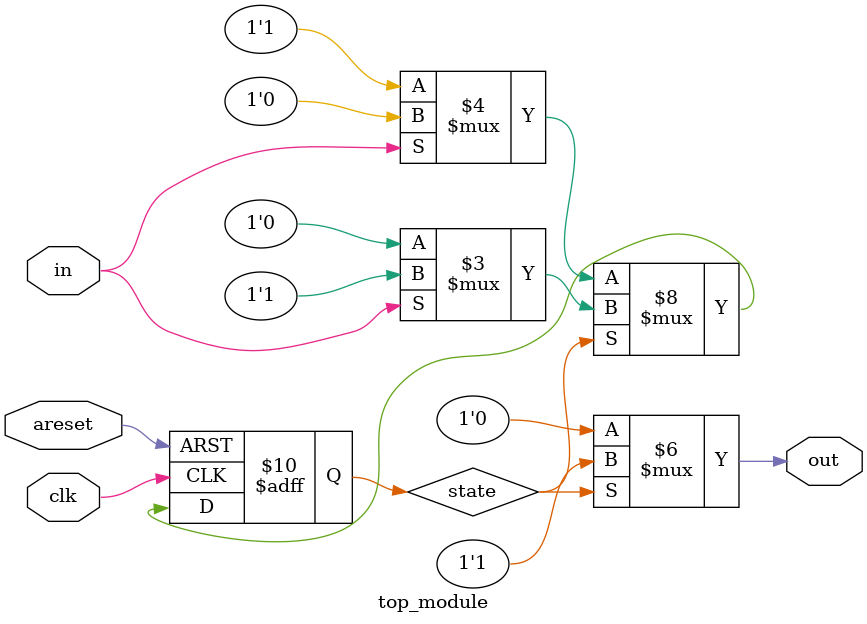
<source format=sv>
module top_module (
	input clk,
	input in,
	input areset,
	output out
);
    reg state;
    
    always @(posedge clk or posedge areset) begin
        if (areset) begin
            state <= 1'b1; // reset state to B
        end else begin
            if (state == 1'b1) begin
                state <= in ? 1'b1 : 1'b0; // if in is high, stay in state B, otherwise transition to state A
            end else begin
                state <= in ? 1'b0 : 1'b1; // if in is high, stay in state A, otherwise transition to state B
            end
        end
    end
    
    assign out = (state == 1'b1) ? 1'b1 : 1'b0; // output is high when state is B, low otherwise
endmodule

</source>
